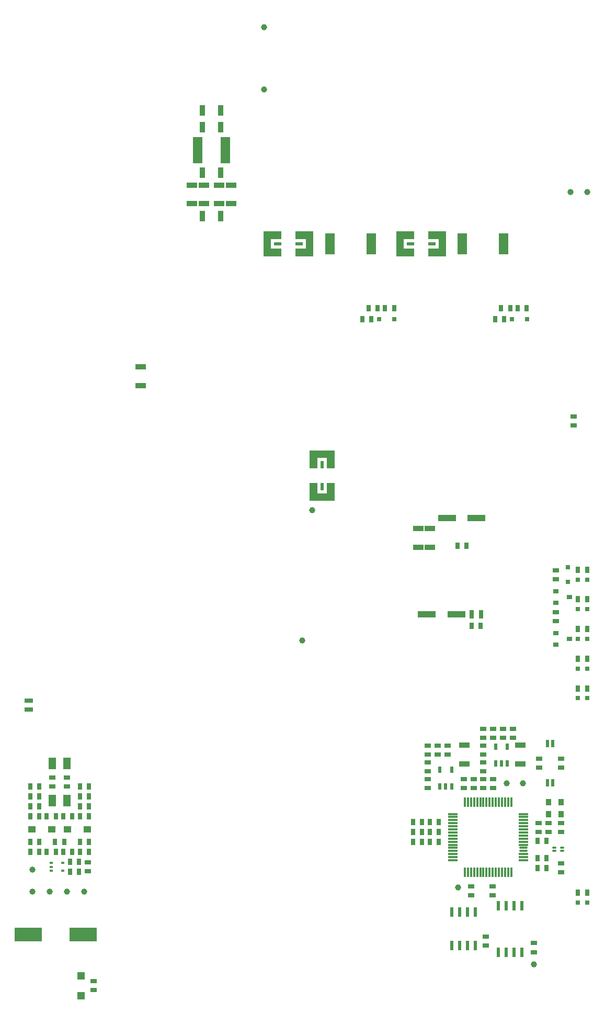
<source format=gbr>
%TF.GenerationSoftware,KiCad,Pcbnew,8.0.2*%
%TF.CreationDate,2024-05-14T20:54:04+07:00*%
%TF.ProjectId,HW.ACIM-PSU,48572e41-4349-44d2-9d50-53552e6b6963,0.0*%
%TF.SameCoordinates,Original*%
%TF.FileFunction,Paste,Top*%
%TF.FilePolarity,Positive*%
%FSLAX46Y46*%
G04 Gerber Fmt 4.6, Leading zero omitted, Abs format (unit mm)*
G04 Created by KiCad (PCBNEW 8.0.2) date 2024-05-14 20:54:04*
%MOMM*%
%LPD*%
G01*
G04 APERTURE LIST*
G04 Aperture macros list*
%AMRoundRect*
0 Rectangle with rounded corners*
0 $1 Rounding radius*
0 $2 $3 $4 $5 $6 $7 $8 $9 X,Y pos of 4 corners*
0 Add a 4 corners polygon primitive as box body*
4,1,4,$2,$3,$4,$5,$6,$7,$8,$9,$2,$3,0*
0 Add four circle primitives for the rounded corners*
1,1,$1+$1,$2,$3*
1,1,$1+$1,$4,$5*
1,1,$1+$1,$6,$7*
1,1,$1+$1,$8,$9*
0 Add four rect primitives between the rounded corners*
20,1,$1+$1,$2,$3,$4,$5,0*
20,1,$1+$1,$4,$5,$6,$7,0*
20,1,$1+$1,$6,$7,$8,$9,0*
20,1,$1+$1,$8,$9,$2,$3,0*%
%AMFreePoly0*
4,1,21,1.703536,2.003536,1.705000,2.000000,1.705000,0.750000,1.703536,0.746464,1.700000,0.745000,0.005000,0.745000,0.005000,-0.745000,1.700000,-0.745000,1.703536,-0.746464,1.705000,-0.750000,1.705000,-2.000000,1.703536,-2.003536,1.700000,-2.005000,-1.200000,-2.005000,-1.203536,-2.003536,-1.205000,-2.000000,-1.205000,2.000000,-1.203536,2.003536,-1.200000,2.005000,1.700000,2.005000,
1.703536,2.003536,1.703536,2.003536,$1*%
G04 Aperture macros list end*
%ADD10R,0.650000X1.000000*%
%ADD11R,0.600000X1.200000*%
%ADD12R,1.000000X0.650000*%
%ADD13R,1.700000X0.900000*%
%ADD14R,3.000000X1.000000*%
%ADD15C,1.000000*%
%ADD16R,0.900000X1.700000*%
%ADD17R,0.600000X0.400000*%
%ADD18R,0.800000X0.800000*%
%ADD19R,0.600000X1.050000*%
%ADD20R,0.600000X1.550000*%
%ADD21R,0.700000X0.700000*%
%ADD22R,1.300000X1.300000*%
%ADD23FreePoly0,90.000000*%
%ADD24FreePoly0,270.000000*%
%ADD25R,0.500000X1.200000*%
%ADD26R,0.600000X1.500000*%
%ADD27R,1.600000X3.400000*%
%ADD28R,0.900000X0.800000*%
%ADD29R,0.800000X1.400000*%
%ADD30R,1.500000X0.300000*%
%ADD31R,0.300000X1.500000*%
%ADD32RoundRect,0.150000X-0.600000X0.000010X-0.600000X-0.000010X0.600000X-0.000010X0.600000X0.000010X0*%
%ADD33R,1.400000X0.800000*%
%ADD34R,0.900000X1.000000*%
%ADD35R,1.500000X4.200000*%
%ADD36R,1.200000X1.850000*%
%ADD37FreePoly0,0.000000*%
%ADD38FreePoly0,180.000000*%
%ADD39R,1.200000X0.500000*%
%ADD40R,1.200000X1.100000*%
%ADD41R,4.400000X2.200000*%
%ADD42RoundRect,0.150000X-0.200000X-0.000010X0.200000X-0.000010X0.200000X0.000010X-0.200000X0.000010X0*%
G04 APERTURE END LIST*
D10*
%TO.C,R40*%
X33718998Y-202418100D03*
X32269000Y-202418100D03*
%TD*%
%TO.C,R39*%
X24168999Y-202418100D03*
X25618999Y-202418100D03*
%TD*%
%TO.C,R49*%
X25618998Y-209818100D03*
X24169000Y-209818100D03*
%TD*%
%TO.C,R38*%
X32268999Y-200818100D03*
X33718999Y-200818100D03*
%TD*%
D11*
%TO.C,X1*%
X108818100Y-200184299D03*
X108818100Y-193884301D03*
X107918100Y-193884301D03*
X107918100Y-200184299D03*
%TD*%
D10*
%TO.C,C9*%
X95692000Y-174783900D03*
X97142000Y-174783900D03*
%TD*%
D12*
%TO.C,R75*%
X109317000Y-172608901D03*
X109317000Y-174058899D03*
%TD*%
D13*
%TO.C,R69*%
X103518100Y-194154300D03*
X103518100Y-197154300D03*
%TD*%
D10*
%TO.C,R57*%
X30669002Y-214618099D03*
X32119000Y-214618099D03*
%TD*%
%TO.C,R53*%
X28318998Y-211418100D03*
X26869000Y-211418100D03*
%TD*%
D14*
%TO.C,C18*%
X96467000Y-157383900D03*
X91667000Y-157383900D03*
%TD*%
D10*
%TO.C,R17*%
X81642100Y-123389200D03*
X83092100Y-123389200D03*
%TD*%
D15*
%TO.C,TP5*%
X105768100Y-229604300D03*
%TD*%
D16*
%TO.C,C7*%
X52029000Y-101522100D03*
X55029000Y-101522100D03*
%TD*%
D10*
%TO.C,R54*%
X29568999Y-211418100D03*
X31018999Y-211418100D03*
%TD*%
%TO.C,R27*%
X101892099Y-123389200D03*
X100442101Y-123389200D03*
%TD*%
D17*
%TO.C,U9*%
X27593999Y-213168100D03*
X27594000Y-213818100D03*
X27593999Y-214468100D03*
X29493999Y-214468100D03*
X29493999Y-213168100D03*
%TD*%
D10*
%TO.C,FT6*%
X87643099Y-208154300D03*
X86193101Y-208154300D03*
%TD*%
D18*
%TO.C,D18*%
X112867000Y-176933900D03*
X114367000Y-176933900D03*
%TD*%
D12*
%TO.C,R31*%
X27743999Y-200818100D03*
X27743999Y-199368102D03*
%TD*%
%TO.C,C68*%
X97568100Y-198329299D03*
X97568100Y-196879301D03*
%TD*%
D10*
%TO.C,R52*%
X33718998Y-211418100D03*
X32269000Y-211418100D03*
%TD*%
%TO.C,C40*%
X99492100Y-125189200D03*
X100942100Y-125189200D03*
%TD*%
D12*
%TO.C,R71*%
X102368100Y-192929299D03*
X102368100Y-191479301D03*
%TD*%
D19*
%TO.C,U13*%
X90518100Y-200804300D03*
X91468100Y-200804300D03*
X92418100Y-200804300D03*
X92418100Y-198104300D03*
X90518100Y-198104300D03*
%TD*%
D12*
%TO.C,C69*%
X88568100Y-201029299D03*
X88568100Y-199579301D03*
%TD*%
%TO.C,R61*%
X88568100Y-195629299D03*
X88568100Y-194179301D03*
%TD*%
D18*
%TO.C,D23*%
X112867000Y-186533900D03*
X114367000Y-186533900D03*
%TD*%
D12*
%TO.C,R67*%
X99168100Y-191479301D03*
X99168100Y-192929299D03*
%TD*%
D10*
%TO.C,R50*%
X32268999Y-209818100D03*
X33718999Y-209818100D03*
%TD*%
D12*
%TO.C,C64*%
X100768100Y-191479301D03*
X100768100Y-192929299D03*
%TD*%
D15*
%TO.C,TP7*%
X62067100Y-87992900D03*
%TD*%
D10*
%TO.C,C82*%
X107743099Y-209604300D03*
X106293101Y-209604300D03*
%TD*%
D15*
%TO.C,TP4*%
X32952100Y-217849200D03*
%TD*%
D10*
%TO.C,C79*%
X107743099Y-212404300D03*
X106293101Y-212404300D03*
%TD*%
%TO.C,C56*%
X29668998Y-209818100D03*
X28219000Y-209818100D03*
%TD*%
D20*
%TO.C,U15*%
X96223100Y-221154300D03*
X94953100Y-221154300D03*
X93689502Y-221158123D03*
X92413100Y-221154300D03*
X92413100Y-226554300D03*
X93683100Y-226554300D03*
X94953100Y-226554300D03*
X96223100Y-226554300D03*
%TD*%
D21*
%TO.C,D6*%
X80717100Y-125189200D03*
X83117100Y-125189200D03*
%TD*%
D12*
%TO.C,R83*%
X108068100Y-208179299D03*
X108068100Y-206729301D03*
%TD*%
D10*
%TO.C,C87*%
X90343099Y-208154300D03*
X88893101Y-208154300D03*
%TD*%
D22*
%TO.C,D1*%
X32377100Y-234649200D03*
X32377100Y-231449200D03*
%TD*%
D10*
%TO.C,R80*%
X112892000Y-170533900D03*
X114342000Y-170533900D03*
%TD*%
D23*
%TO.C,R15*%
X71444000Y-153368100D03*
D24*
X71444000Y-147668100D03*
D25*
X71444000Y-152268100D03*
X71444000Y-148768100D03*
%TD*%
D12*
%TO.C,R79*%
X109317000Y-167258899D03*
X109317000Y-165808901D03*
%TD*%
D10*
%TO.C,C16*%
X93342000Y-161883900D03*
X94792000Y-161883900D03*
%TD*%
D13*
%TO.C,R9*%
X54729000Y-103522100D03*
X54729000Y-106522100D03*
%TD*%
D12*
%TO.C,R32*%
X30143999Y-200818100D03*
X30143999Y-199368102D03*
%TD*%
D14*
%TO.C,C10*%
X93167000Y-172983900D03*
X88367000Y-172983900D03*
%TD*%
D19*
%TO.C,U12*%
X99518100Y-197104300D03*
X100468100Y-197104300D03*
X101418100Y-197104300D03*
X101418100Y-194404300D03*
X99518100Y-194404300D03*
%TD*%
D16*
%TO.C,C3*%
X52029000Y-91422100D03*
X55029000Y-91422100D03*
%TD*%
D18*
%TO.C,D22*%
X114367000Y-219633900D03*
X112867000Y-219633900D03*
%TD*%
D10*
%TO.C,R85*%
X112892001Y-180133900D03*
X114341999Y-180133900D03*
%TD*%
D12*
%TO.C,C65*%
X91768100Y-194179301D03*
X91768100Y-195629299D03*
%TD*%
D16*
%TO.C,C12*%
X52029000Y-108522100D03*
X55029000Y-108522100D03*
%TD*%
D26*
%TO.C,U16*%
X103773100Y-220104300D03*
X102503100Y-220104300D03*
X101233100Y-220104300D03*
X99963100Y-220104300D03*
X99963100Y-227604300D03*
X101233100Y-227604300D03*
X102503100Y-227604300D03*
X103773100Y-227604300D03*
%TD*%
D10*
%TO.C,R77*%
X112892001Y-175333900D03*
X114341999Y-175333900D03*
%TD*%
D12*
%TO.C,C77*%
X97923100Y-225104302D03*
X97923100Y-226554300D03*
%TD*%
D21*
%TO.C,D9*%
X102217100Y-125189200D03*
X104617100Y-125189200D03*
%TD*%
D10*
%TO.C,C54*%
X29568999Y-205618100D03*
X31018999Y-205618100D03*
%TD*%
D13*
%TO.C,C15*%
X88917000Y-162083900D03*
X88917000Y-159083900D03*
%TD*%
%TO.C,R8*%
X56729000Y-103522100D03*
X56729000Y-106522100D03*
%TD*%
D10*
%TO.C,R18*%
X80392099Y-123389200D03*
X78942101Y-123389200D03*
%TD*%
D12*
%TO.C,R82*%
X110168100Y-213279301D03*
X110168100Y-214729299D03*
%TD*%
D27*
%TO.C,D7*%
X72717099Y-112989200D03*
X79417099Y-112989200D03*
%TD*%
D12*
%TO.C,C83*%
X99068100Y-218429299D03*
X99068100Y-216979301D03*
%TD*%
D28*
%TO.C,Q8*%
X109317000Y-169183900D03*
X109314811Y-171084615D03*
X111516999Y-170133900D03*
%TD*%
D29*
%TO.C,L2*%
X97167000Y-172983900D03*
X95667000Y-172983900D03*
%TD*%
D21*
%TO.C,D19*%
X111267000Y-167733900D03*
X111267000Y-165333900D03*
%TD*%
D10*
%TO.C,R84*%
X112892000Y-184933900D03*
X114342000Y-184933900D03*
%TD*%
D30*
%TO.C,U14*%
X92618100Y-205254300D03*
X92618100Y-205754300D03*
X92618100Y-206254300D03*
X92618100Y-206754300D03*
X92618100Y-207254300D03*
X92618100Y-207754300D03*
X92618100Y-208254300D03*
X92618100Y-208754300D03*
X92618100Y-209254300D03*
X92618100Y-209754300D03*
X92618100Y-210254300D03*
X92618100Y-210754300D03*
X92618100Y-211254300D03*
X92618100Y-211754300D03*
X92618100Y-212254300D03*
X92618100Y-212754300D03*
D31*
X94568100Y-214704300D03*
X95068100Y-214704300D03*
X95568100Y-214704300D03*
X96068100Y-214704300D03*
X96568100Y-214704300D03*
X97068100Y-214704300D03*
X97568100Y-214704300D03*
X98068100Y-214704300D03*
X98568100Y-214704300D03*
X99068100Y-214704300D03*
X99568100Y-214704300D03*
X100068100Y-214704300D03*
X100568100Y-214704300D03*
X101068100Y-214704300D03*
X101568100Y-214704300D03*
X102068100Y-214704300D03*
D30*
X104018100Y-212754300D03*
X104018100Y-212254300D03*
X104018100Y-211754300D03*
D32*
X104018100Y-211254300D03*
X104018100Y-210754300D03*
D30*
X104018100Y-210254300D03*
X104018100Y-209754300D03*
X104018100Y-209254300D03*
X104018100Y-208754300D03*
X104018100Y-208254300D03*
X104018100Y-207754300D03*
X104018100Y-207254300D03*
X104018100Y-206754300D03*
X104018100Y-206254300D03*
X104018100Y-205754300D03*
X104018100Y-205254300D03*
D31*
X102068100Y-203304300D03*
X101568100Y-203304300D03*
X101068100Y-203304300D03*
X100568100Y-203304300D03*
X100068100Y-203304300D03*
X99568100Y-203304300D03*
X99068100Y-203304300D03*
X98568100Y-203304300D03*
X98068100Y-203304300D03*
X97568100Y-203304300D03*
X97068100Y-203304300D03*
X96568100Y-203304300D03*
X96068100Y-203304300D03*
X95568100Y-203304300D03*
X95068100Y-203304300D03*
X94568100Y-203304300D03*
%TD*%
D10*
%TO.C,R43*%
X24168999Y-205618100D03*
X25618999Y-205618100D03*
%TD*%
D33*
%TO.C,L1*%
X23943999Y-186893101D03*
X23943999Y-188393101D03*
%TD*%
D34*
%TO.C,U17*%
X110168101Y-203354300D03*
X108068099Y-203354300D03*
X108068099Y-205254300D03*
X110168101Y-205254300D03*
%TD*%
D10*
%TO.C,R81*%
X112892000Y-218033900D03*
X114342000Y-218033900D03*
%TD*%
D12*
%TO.C,C61*%
X33544000Y-213093100D03*
X33544000Y-214543098D03*
%TD*%
D15*
%TO.C,TP11*%
X24552100Y-217849200D03*
%TD*%
D16*
%TO.C,C5*%
X52029000Y-94122100D03*
X55029000Y-94122100D03*
%TD*%
D35*
%TO.C,G1*%
X55779000Y-97822100D03*
X51279000Y-97822100D03*
%TD*%
D10*
%TO.C,R44*%
X33718998Y-205618100D03*
X32269000Y-205618100D03*
%TD*%
%TO.C,C81*%
X107743099Y-214004300D03*
X106293101Y-214004300D03*
%TD*%
%TO.C,R78*%
X114341999Y-165733900D03*
X112892001Y-165733900D03*
%TD*%
D12*
%TO.C,R72*%
X94368100Y-199579301D03*
X94368100Y-201029299D03*
%TD*%
D13*
%TO.C,R70*%
X94518100Y-197154300D03*
X94518100Y-194154300D03*
%TD*%
D36*
%TO.C,BR2*%
X27743999Y-203093101D03*
X27743999Y-197093101D03*
X30143999Y-197093101D03*
X30143999Y-203093101D03*
%TD*%
D12*
%TO.C,C73*%
X95968100Y-199579301D03*
X95968100Y-201029299D03*
%TD*%
D13*
%TO.C,R7*%
X52329000Y-106522100D03*
X52329000Y-103522100D03*
%TD*%
%TO.C,R4*%
X50329000Y-106522100D03*
X50329000Y-103522100D03*
%TD*%
D15*
%TO.C,TP8*%
X24552100Y-214249200D03*
%TD*%
D10*
%TO.C,R37*%
X25618998Y-200818100D03*
X24169000Y-200818100D03*
%TD*%
%TO.C,R76*%
X86193100Y-206554300D03*
X87643100Y-206554300D03*
%TD*%
D15*
%TO.C,TP14*%
X103968100Y-200304300D03*
%TD*%
D12*
%TO.C,C80*%
X95568100Y-218429299D03*
X95568100Y-216979301D03*
%TD*%
D10*
%TO.C,C36*%
X77992100Y-125189200D03*
X79442100Y-125189200D03*
%TD*%
D37*
%TO.C,R19*%
X63117099Y-112989200D03*
D38*
X68817099Y-112989200D03*
D39*
X64217099Y-112989200D03*
X67717099Y-112989200D03*
%TD*%
D12*
%TO.C,R68*%
X90168100Y-194179301D03*
X90168100Y-195629299D03*
%TD*%
D10*
%TO.C,R25*%
X103142100Y-123389200D03*
X104592100Y-123389200D03*
%TD*%
D15*
%TO.C,TP2*%
X114417100Y-104649200D03*
%TD*%
D10*
%TO.C,C59*%
X32118997Y-213018100D03*
X30668999Y-213018100D03*
%TD*%
D15*
%TO.C,TP12*%
X68244000Y-177218100D03*
%TD*%
D13*
%TO.C,C14*%
X87017000Y-162083900D03*
X87017000Y-159083900D03*
%TD*%
D18*
%TO.C,D20*%
X114367000Y-167333900D03*
X112867000Y-167333900D03*
%TD*%
D13*
%TO.C,C21*%
X42094000Y-132918100D03*
X42094000Y-135918100D03*
%TD*%
D12*
%TO.C,C4*%
X34477100Y-233774199D03*
X34477100Y-232324201D03*
%TD*%
D27*
%TO.C,D10*%
X94117099Y-112989200D03*
X100817099Y-112989200D03*
%TD*%
D40*
%TO.C,D14*%
X27643999Y-207718100D03*
X24443999Y-207718100D03*
%TD*%
D10*
%TO.C,C85*%
X88893100Y-209754300D03*
X90343100Y-209754300D03*
%TD*%
%TO.C,C86*%
X87643099Y-209754300D03*
X86193101Y-209754300D03*
%TD*%
D15*
%TO.C,TP1*%
X111667100Y-104649200D03*
%TD*%
D12*
%TO.C,R59*%
X97568100Y-192929299D03*
X97568100Y-191479301D03*
%TD*%
D15*
%TO.C,TP10*%
X27352100Y-217849200D03*
%TD*%
D18*
%TO.C,D24*%
X112867000Y-181733900D03*
X114367000Y-181733900D03*
%TD*%
D12*
%TO.C,C72*%
X97568100Y-199579301D03*
X97568100Y-201029299D03*
%TD*%
D37*
%TO.C,R28*%
X84617099Y-112989200D03*
D38*
X90317099Y-112989200D03*
D39*
X85717099Y-112989200D03*
X89217099Y-112989200D03*
%TD*%
D12*
%TO.C,C89*%
X110168100Y-196309301D03*
X110168100Y-197759299D03*
%TD*%
D15*
%TO.C,TP13*%
X69844000Y-156068100D03*
%TD*%
D12*
%TO.C,C74*%
X112167100Y-142390099D03*
X112167100Y-140940101D03*
%TD*%
%TO.C,C76*%
X105768100Y-226154302D03*
X105768100Y-227604300D03*
%TD*%
%TO.C,C78*%
X99168100Y-199579301D03*
X99168100Y-201029299D03*
%TD*%
%TO.C,C90*%
X110168100Y-208179299D03*
X110168100Y-206729301D03*
%TD*%
%TO.C,R62*%
X88568100Y-198329299D03*
X88568100Y-196879301D03*
%TD*%
%TO.C,C84*%
X106468100Y-206729301D03*
X106468100Y-208179299D03*
%TD*%
D41*
%TO.C,C6*%
X32727100Y-224799200D03*
X23827100Y-224799200D03*
%TD*%
D12*
%TO.C,R60*%
X97568100Y-195629299D03*
X97568100Y-194179301D03*
%TD*%
D10*
%TO.C,C53*%
X28318998Y-205618100D03*
X26869000Y-205618100D03*
%TD*%
D15*
%TO.C,TP6*%
X93468100Y-217129301D03*
%TD*%
D10*
%TO.C,C75*%
X88893100Y-206554300D03*
X90343100Y-206554300D03*
%TD*%
D40*
%TO.C,D15*%
X30243999Y-207718100D03*
X33443999Y-207718100D03*
%TD*%
D15*
%TO.C,TP3*%
X30152100Y-217849200D03*
%TD*%
D10*
%TO.C,R51*%
X24169000Y-211418100D03*
X25618998Y-211418100D03*
%TD*%
D15*
%TO.C,TP9*%
X62067100Y-77992900D03*
%TD*%
D42*
%TO.C,FT5*%
X109043100Y-210754300D03*
X110293100Y-210754300D03*
X110293100Y-211254300D03*
X109043100Y-211254300D03*
%TD*%
D10*
%TO.C,R42*%
X32268999Y-204018100D03*
X33718999Y-204018100D03*
%TD*%
D15*
%TO.C,TP15*%
X101368100Y-200304300D03*
%TD*%
D12*
%TO.C,C88*%
X106568100Y-196309301D03*
X106568100Y-197759299D03*
%TD*%
D18*
%TO.C,D21*%
X114367000Y-172133900D03*
X112867000Y-172133900D03*
%TD*%
D28*
%TO.C,Q7*%
X109317000Y-175983900D03*
X109314811Y-177884615D03*
X111516999Y-176933900D03*
%TD*%
D10*
%TO.C,R41*%
X25618998Y-204018100D03*
X24169000Y-204018100D03*
%TD*%
M02*

</source>
